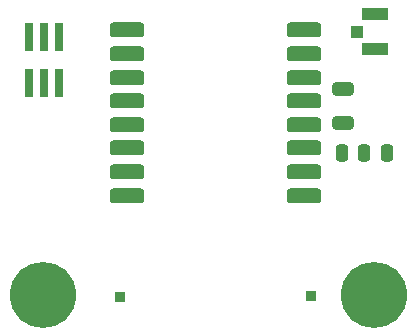
<source format=gbr>
%TF.GenerationSoftware,KiCad,Pcbnew,7.0.8*%
%TF.CreationDate,2023-11-19T15:13:29+01:00*%
%TF.ProjectId,AetherPhylax,41657468-6572-4506-9879-6c61782e6b69,rev?*%
%TF.SameCoordinates,Original*%
%TF.FileFunction,Soldermask,Bot*%
%TF.FilePolarity,Negative*%
%FSLAX46Y46*%
G04 Gerber Fmt 4.6, Leading zero omitted, Abs format (unit mm)*
G04 Created by KiCad (PCBNEW 7.0.8) date 2023-11-19 15:13:29*
%MOMM*%
%LPD*%
G01*
G04 APERTURE LIST*
G04 Aperture macros list*
%AMRoundRect*
0 Rectangle with rounded corners*
0 $1 Rounding radius*
0 $2 $3 $4 $5 $6 $7 $8 $9 X,Y pos of 4 corners*
0 Add a 4 corners polygon primitive as box body*
4,1,4,$2,$3,$4,$5,$6,$7,$8,$9,$2,$3,0*
0 Add four circle primitives for the rounded corners*
1,1,$1+$1,$2,$3*
1,1,$1+$1,$4,$5*
1,1,$1+$1,$6,$7*
1,1,$1+$1,$8,$9*
0 Add four rect primitives between the rounded corners*
20,1,$1+$1,$2,$3,$4,$5,0*
20,1,$1+$1,$4,$5,$6,$7,0*
20,1,$1+$1,$6,$7,$8,$9,0*
20,1,$1+$1,$8,$9,$2,$3,0*%
G04 Aperture macros list end*
%ADD10R,0.850000X0.850000*%
%ADD11C,5.600000*%
%ADD12R,1.050000X1.000000*%
%ADD13R,2.200000X1.050000*%
%ADD14RoundRect,0.250000X0.650000X-0.325000X0.650000X0.325000X-0.650000X0.325000X-0.650000X-0.325000X0*%
%ADD15RoundRect,0.317500X-1.157500X-0.317500X1.157500X-0.317500X1.157500X0.317500X-1.157500X0.317500X0*%
%ADD16RoundRect,0.250000X0.250000X0.475000X-0.250000X0.475000X-0.250000X-0.475000X0.250000X-0.475000X0*%
%ADD17R,0.740000X2.400000*%
G04 APERTURE END LIST*
D10*
%TO.C,J1*%
X145050000Y-93950000D03*
%TD*%
%TO.C,J2*%
X161250000Y-93850000D03*
%TD*%
D11*
%TO.C,H2*%
X166550000Y-93750000D03*
%TD*%
%TO.C,H1*%
X138550000Y-93750000D03*
%TD*%
D12*
%TO.C,ANT1*%
X165100000Y-71450000D03*
D13*
X166625000Y-69975000D03*
X166625000Y-72925000D03*
%TD*%
D14*
%TO.C,C4*%
X163950000Y-79225000D03*
X163950000Y-76275000D03*
%TD*%
D15*
%TO.C,U4*%
X145625000Y-85350000D03*
X145625000Y-83350000D03*
X145625000Y-81350000D03*
X145625000Y-79350000D03*
X145625000Y-77350000D03*
X145625000Y-75350000D03*
X145625000Y-73350000D03*
X145625000Y-71350000D03*
X160675000Y-71350000D03*
X160675000Y-73350000D03*
X160675000Y-75350000D03*
X160675000Y-77350000D03*
X160675000Y-79350000D03*
X160675000Y-81350000D03*
X160675000Y-83350000D03*
X160675000Y-85350000D03*
%TD*%
D16*
%TO.C,JP2*%
X167650000Y-81750000D03*
X165750000Y-81750000D03*
X163850000Y-81750000D03*
%TD*%
D17*
%TO.C,DEBUG1*%
X139920000Y-75800000D03*
X139920000Y-71900000D03*
X138650000Y-75800000D03*
X138650000Y-71900000D03*
X137380000Y-75800000D03*
X137380000Y-71900000D03*
%TD*%
M02*

</source>
